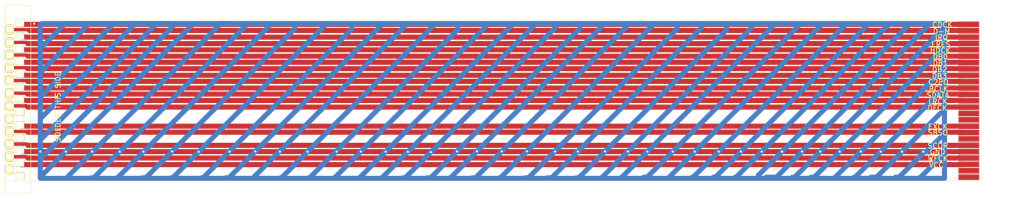
<source format=kicad_pcb>
(kicad_pcb (version 20171130) (host pcbnew "(5.1.9)-1")

  (general
    (thickness 1.6)
    (drawings 31)
    (tracks 344)
    (zones 0)
    (modules 2)
    (nets 31)
  )

  (page A4)
  (layers
    (0 F.Cu signal)
    (31 B.Cu signal)
    (32 B.Adhes user)
    (33 F.Adhes user)
    (34 B.Paste user)
    (35 F.Paste user)
    (36 B.SilkS user)
    (37 F.SilkS user)
    (38 B.Mask user)
    (39 F.Mask user)
    (40 Dwgs.User user)
    (41 Cmts.User user)
    (42 Eco1.User user)
    (43 Eco2.User user)
    (44 Edge.Cuts user)
    (45 Margin user)
    (46 B.CrtYd user)
    (47 F.CrtYd user)
    (48 B.Fab user)
    (49 F.Fab user)
  )

  (setup
    (last_trace_width 0.25)
    (trace_clearance 0.2)
    (zone_clearance 0.508)
    (zone_45_only no)
    (trace_min 0.2)
    (via_size 0.8)
    (via_drill 0.4)
    (via_min_size 0.4)
    (via_min_drill 0.3)
    (uvia_size 0.3)
    (uvia_drill 0.1)
    (uvias_allowed no)
    (uvia_min_size 0.2)
    (uvia_min_drill 0.1)
    (edge_width 0.05)
    (segment_width 0.2)
    (pcb_text_width 0.3)
    (pcb_text_size 1.5 1.5)
    (mod_edge_width 0.12)
    (mod_text_size 1 1)
    (mod_text_width 0.15)
    (pad_size 1.524 1.524)
    (pad_drill 0.762)
    (pad_to_mask_clearance 0)
    (aux_axis_origin 0 0)
    (visible_elements 7FFFFFFF)
    (pcbplotparams
      (layerselection 0x010fc_ffffffff)
      (usegerberextensions false)
      (usegerberattributes true)
      (usegerberadvancedattributes true)
      (creategerberjobfile true)
      (excludeedgelayer true)
      (linewidth 0.100000)
      (plotframeref false)
      (viasonmask false)
      (mode 1)
      (useauxorigin false)
      (hpglpennumber 1)
      (hpglpenspeed 20)
      (hpglpendiameter 15.000000)
      (psnegative false)
      (psa4output false)
      (plotreference true)
      (plotvalue true)
      (plotinvisibletext false)
      (padsonsilk false)
      (subtractmaskfromsilk false)
      (outputformat 1)
      (mirror false)
      (drillshape 0)
      (scaleselection 1)
      (outputdirectory "FACTYORY/"))
  )

  (net 0 "")
  (net 1 "Net-(J1-Pad25)")
  (net 2 "Net-(J1-Pad24)")
  (net 3 /VCC)
  (net 4 /WFCK)
  (net 5 /GND)
  (net 6 /SCOR)
  (net 7 "Net-(J1-Pad19)")
  (net 8 /SBSO)
  (net 9 /EXCK)
  (net 10 "Net-(J1-Pad16)")
  (net 11 "Net-(J1-Pad15)")
  (net 12 /DFCK)
  (net 13 /LRCK)
  (net 14 /SDATA)
  (net 15 /BCLK)
  (net 16 /C2PO)
  (net 17 /DB3)
  (net 18 /DB2)
  (net 19 /DB1)
  (net 20 /DB0)
  (net 21 /HDCK)
  (net 22 /ERES)
  (net 23 /IRQ)
  (net 24 /D-M)
  (net 25 /CDCK)
  (net 26 "Net-(J2-Pad25)")
  (net 27 "Net-(J2-Pad24)")
  (net 28 "Net-(J2-Pad19)")
  (net 29 "Net-(J2-Pad16)")
  (net 30 "Net-(J2-Pad15)")

  (net_class Default "This is the default net class."
    (clearance 0.2)
    (trace_width 0.25)
    (via_dia 0.8)
    (via_drill 0.4)
    (uvia_dia 0.3)
    (uvia_drill 0.1)
    (add_net /BCLK)
    (add_net /C2PO)
    (add_net /CDCK)
    (add_net /D-M)
    (add_net /DB0)
    (add_net /DB1)
    (add_net /DB2)
    (add_net /DB3)
    (add_net /DFCK)
    (add_net /ERES)
    (add_net /EXCK)
    (add_net /GND)
    (add_net /HDCK)
    (add_net /IRQ)
    (add_net /LRCK)
    (add_net /SBSO)
    (add_net /SCOR)
    (add_net /SDATA)
    (add_net /VCC)
    (add_net /WFCK)
    (add_net "Net-(J1-Pad15)")
    (add_net "Net-(J1-Pad16)")
    (add_net "Net-(J1-Pad19)")
    (add_net "Net-(J1-Pad24)")
    (add_net "Net-(J1-Pad25)")
    (add_net "Net-(J2-Pad15)")
    (add_net "Net-(J2-Pad16)")
    (add_net "Net-(J2-Pad19)")
    (add_net "Net-(J2-Pad24)")
    (add_net "Net-(J2-Pad25)")
  )

  (module qsb:MCD_QSB_4 (layer F.Cu) (tedit 60B1214B) (tstamp 6098AE08)
    (at 52.832 89.408 270)
    (descr 39-53-2255-1)
    (tags Connector)
    (path /60982438)
    (fp_text reference J1 (at 15 0.1 90) (layer F.SilkS)
      (effects (font (size 1.27 1.27) (thickness 0.254)))
    )
    (fp_text value 39-53-2255 (at 15 0.1 90) (layer F.SilkS) hide
      (effects (font (size 1.27 1.27) (thickness 0.254)))
    )
    (fp_arc (start 0.1 -2.8) (end 0 -2.8) (angle -180) (layer F.SilkS) (width 0.2))
    (fp_arc (start 0.1 -2.8) (end 0.2 -2.8) (angle -180) (layer F.SilkS) (width 0.2))
    (fp_line (start 0.2 -2.8) (end 0.2 -2.8) (layer F.SilkS) (width 0.2))
    (fp_line (start 0 -2.8) (end 0 -2.8) (layer F.SilkS) (width 0.2))
    (fp_line (start 33.5 2.85) (end 29.95 2.85) (layer F.SilkS) (width 0.1))
    (fp_line (start 33.5 -2.15) (end 33.5 2.85) (layer F.SilkS) (width 0.1))
    (fp_line (start -3.5 -2.15) (end 33.5 -2.15) (layer F.SilkS) (width 0.1))
    (fp_line (start -3.5 2.85) (end -3.5 -2.15) (layer F.SilkS) (width 0.1))
    (fp_line (start 0 2.85) (end -3.5 2.85) (layer F.SilkS) (width 0.1))
    (fp_line (start -4.5 3.85) (end -4.5 -3.65) (layer Dwgs.User) (width 0.1))
    (fp_line (start 34.5 3.85) (end -4.5 3.85) (layer Dwgs.User) (width 0.1))
    (fp_line (start 34.5 -3.65) (end 34.5 3.85) (layer Dwgs.User) (width 0.1))
    (fp_line (start -4.5 -3.65) (end 34.5 -3.65) (layer Dwgs.User) (width 0.1))
    (fp_line (start -3.5 2.85) (end -3.5 -2.15) (layer Dwgs.User) (width 0.2))
    (fp_line (start 33.5 2.85) (end -3.5 2.85) (layer Dwgs.User) (width 0.2))
    (fp_line (start 33.5 -2.15) (end 33.5 2.85) (layer Dwgs.User) (width 0.2))
    (fp_line (start -3.5 -2.15) (end 33.5 -2.15) (layer Dwgs.User) (width 0.2))
    (pad 1 thru_hole rect (at 0 0) (size 1.7 1.4) (drill 1.4) (layers *.Cu *.Mask F.SilkS)
      (net 25 /CDCK))
    (pad 2 thru_hole roundrect (at 1.25 2) (size 1.7 2) (drill oval 1.4 1) (layers *.Cu *.Mask F.SilkS) (roundrect_rratio 0.25)
      (net 24 /D-M))
    (pad 3 thru_hole rect (at 2.5 0) (size 1.7 1.4) (drill 1.4) (layers *.Cu *.Mask F.SilkS)
      (net 23 /IRQ))
    (pad 4 thru_hole roundrect (at 3.75 2) (size 1.7 2) (drill oval 1.4 1) (layers *.Cu *.Mask F.SilkS) (roundrect_rratio 0.25)
      (net 22 /ERES))
    (pad 5 thru_hole rect (at 5 0) (size 1.7 1.4) (drill 1.4) (layers *.Cu *.Mask F.SilkS)
      (net 21 /HDCK))
    (pad 6 thru_hole roundrect (at 6.25 2) (size 1.7 2) (drill oval 1.4 1) (layers *.Cu *.Mask F.SilkS) (roundrect_rratio 0.25)
      (net 20 /DB0))
    (pad 7 thru_hole rect (at 7.5 0) (size 1.7 1.4) (drill 1.4) (layers *.Cu *.Mask F.SilkS)
      (net 19 /DB1))
    (pad 8 thru_hole roundrect (at 8.75 2) (size 1.7 2) (drill oval 1.4 1) (layers *.Cu *.Mask F.SilkS) (roundrect_rratio 0.25)
      (net 18 /DB2))
    (pad 9 thru_hole rect (at 10 0) (size 1.7 1.4) (drill 1.4) (layers *.Cu *.Mask F.SilkS)
      (net 17 /DB3))
    (pad 10 thru_hole roundrect (at 11.25 2) (size 1.7 2) (drill oval 1.4 1) (layers *.Cu *.Mask F.SilkS) (roundrect_rratio 0.25)
      (net 16 /C2PO))
    (pad 11 thru_hole rect (at 12.5 0) (size 1.7 1.4) (drill 1.4) (layers *.Cu *.Mask F.SilkS)
      (net 15 /BCLK))
    (pad 12 thru_hole roundrect (at 13.75 2) (size 1.7 2) (drill oval 1.4 1) (layers *.Cu *.Mask F.SilkS) (roundrect_rratio 0.25)
      (net 14 /SDATA))
    (pad 13 thru_hole rect (at 15 0) (size 1.7 1.4) (drill 1.4) (layers *.Cu *.Mask F.SilkS)
      (net 13 /LRCK))
    (pad 14 thru_hole roundrect (at 16.25 2) (size 1.7 2) (drill oval 1.4 1) (layers *.Cu *.Mask F.SilkS) (roundrect_rratio 0.25)
      (net 12 /DFCK))
    (pad 15 thru_hole rect (at 17.5 0) (size 1.7 1.4) (drill 1.4) (layers *.Cu *.Mask F.SilkS)
      (net 11 "Net-(J1-Pad15)"))
    (pad 16 thru_hole roundrect (at 18.75 2) (size 1.7 2) (drill oval 1.4 1) (layers *.Cu *.Mask F.SilkS) (roundrect_rratio 0.25)
      (net 10 "Net-(J1-Pad16)"))
    (pad 17 thru_hole rect (at 20 0) (size 1.7 1.4) (drill 1.4) (layers *.Cu *.Mask F.SilkS)
      (net 9 /EXCK))
    (pad 18 thru_hole roundrect (at 21.25 2) (size 1.7 2) (drill oval 1.4 1) (layers *.Cu *.Mask F.SilkS) (roundrect_rratio 0.25)
      (net 8 /SBSO))
    (pad 19 thru_hole rect (at 22.5 0) (size 1.7 1.4) (drill 1.4) (layers *.Cu *.Mask F.SilkS)
      (net 7 "Net-(J1-Pad19)"))
    (pad 20 thru_hole roundrect (at 23.75 2) (size 1.7 2) (drill oval 1.4 1) (layers *.Cu *.Mask F.SilkS) (roundrect_rratio 0.25)
      (net 6 /SCOR))
    (pad 21 thru_hole rect (at 25 0) (size 1.7 1.4) (drill 1.4) (layers *.Cu *.Mask F.SilkS)
      (net 5 /GND))
    (pad 22 thru_hole roundrect (at 26.25 2) (size 1.7 2) (drill oval 1.4 1) (layers *.Cu *.Mask F.SilkS) (roundrect_rratio 0.25)
      (net 4 /WFCK))
    (pad 23 thru_hole rect (at 27.5 0) (size 1.7 1.4) (drill 1.4) (layers *.Cu *.Mask F.SilkS)
      (net 3 /VCC))
    (pad 24 thru_hole roundrect (at 28.75 2) (size 1.7 2) (drill oval 1.4 1) (layers *.Cu *.Mask F.SilkS) (roundrect_rratio 0.25)
      (net 2 "Net-(J1-Pad24)"))
    (pad 25 thru_hole rect (at 30 0) (size 1.7 1.4) (drill 1.4) (layers *.Cu *.Mask F.SilkS)
      (net 1 "Net-(J1-Pad25)"))
  )

  (module "1111 Imported:connector_MCD" (layer F.Cu) (tedit 60983177) (tstamp 6098AE3E)
    (at 239.268 104.648 270)
    (path /6098385D)
    (attr smd)
    (fp_text reference J2 (at 0 11 90) (layer F.SilkS) hide
      (effects (font (size 1 1) (thickness 0.15)))
    )
    (fp_text value FFC (at 0 -10 90) (layer F.Fab)
      (effects (font (size 1 1) (thickness 0.15)))
    )
    (fp_poly (pts (xy -14.5 2) (xy -15.5 2) (xy -15.5 -2) (xy -14.5 -2)) (layer F.Cu) (width 0.1))
    (fp_poly (pts (xy -13.25 2) (xy -14.25 2) (xy -14.25 -2) (xy -13.25 -2)) (layer F.Cu) (width 0.1))
    (fp_poly (pts (xy -12 2) (xy -13 2) (xy -13 -2) (xy -12 -2)) (layer F.Cu) (width 0.1))
    (fp_poly (pts (xy -10.75 2) (xy -11.75 2) (xy -11.75 -2) (xy -10.75 -2)) (layer F.Cu) (width 0.1))
    (fp_poly (pts (xy -9.5 2) (xy -10.5 2) (xy -10.5 -2) (xy -9.5 -2)) (layer F.Cu) (width 0.1))
    (fp_poly (pts (xy -8.25 2) (xy -9.25 2) (xy -9.25 -2) (xy -8.25 -2)) (layer F.Cu) (width 0.1))
    (fp_poly (pts (xy -7 2) (xy -8 2) (xy -8 -2) (xy -7 -2)) (layer F.Cu) (width 0.1))
    (fp_poly (pts (xy -5.75 2) (xy -6.75 2) (xy -6.75 -2) (xy -5.75 -2)) (layer F.Cu) (width 0.1))
    (fp_poly (pts (xy -4.5 2) (xy -5.5 2) (xy -5.5 -2) (xy -4.5 -2)) (layer F.Cu) (width 0.1))
    (fp_poly (pts (xy -3.25 2) (xy -4.25 2) (xy -4.25 -2) (xy -3.25 -2)) (layer F.Cu) (width 0.1))
    (fp_poly (pts (xy -2 2) (xy -3 2) (xy -3 -2) (xy -2 -2)) (layer F.Cu) (width 0.1))
    (fp_poly (pts (xy -0.75 2) (xy -1.75 2) (xy -1.75 -2) (xy -0.75 -2)) (layer F.Cu) (width 0.1))
    (fp_poly (pts (xy 15.5 2) (xy 14.5 2) (xy 14.5 -2) (xy 15.5 -2)) (layer F.Cu) (width 0.1))
    (fp_poly (pts (xy 14.25 2) (xy 13.25 2) (xy 13.25 -2) (xy 14.25 -2)) (layer F.Cu) (width 0.1))
    (fp_poly (pts (xy 13 2) (xy 12 2) (xy 12 -2) (xy 13 -2)) (layer F.Cu) (width 0.1))
    (fp_poly (pts (xy 11.75 2) (xy 10.75 2) (xy 10.75 -2) (xy 11.75 -2)) (layer F.Cu) (width 0.1))
    (fp_poly (pts (xy 10.5 2) (xy 9.5 2) (xy 9.5 -2) (xy 10.5 -2)) (layer F.Cu) (width 0.1))
    (fp_poly (pts (xy 9.25 2) (xy 8.25 2) (xy 8.25 -2) (xy 9.25 -2)) (layer F.Cu) (width 0.1))
    (fp_poly (pts (xy 0.5 2) (xy -0.5 2) (xy -0.5 -2) (xy 0.5 -2)) (layer F.Cu) (width 0.1))
    (fp_poly (pts (xy 8 2) (xy 7 2) (xy 7 -2) (xy 8 -2)) (layer F.Cu) (width 0.1))
    (fp_poly (pts (xy 6.75 2) (xy 5.75 2) (xy 5.75 -2) (xy 6.75 -2)) (layer F.Cu) (width 0.1))
    (fp_poly (pts (xy 5.5 2) (xy 4.5 2) (xy 4.5 -2) (xy 5.5 -2)) (layer F.Cu) (width 0.1))
    (fp_poly (pts (xy 4.25 2) (xy 3.25 2) (xy 3.25 -2) (xy 4.25 -2)) (layer F.Cu) (width 0.1))
    (fp_poly (pts (xy 3 2) (xy 2 2) (xy 2 -2) (xy 3 -2)) (layer F.Cu) (width 0.1))
    (fp_poly (pts (xy 1.75 2) (xy 0.75 2) (xy 0.75 -2) (xy 1.75 -2)) (layer F.Cu) (width 0.1))
    (pad 25 smd rect (at 15 1.5 270) (size 1 1) (layers F.Cu F.Paste F.Mask)
      (net 26 "Net-(J2-Pad25)"))
    (pad 24 smd rect (at 13.75 1.5 270) (size 1 1) (layers F.Cu F.Paste F.Mask)
      (net 27 "Net-(J2-Pad24)"))
    (pad 23 smd rect (at 12.5 1.5 270) (size 1 1) (layers F.Cu F.Paste F.Mask)
      (net 3 /VCC))
    (pad 22 smd rect (at 11.25 1.5 270) (size 1 1) (layers F.Cu F.Paste F.Mask)
      (net 4 /WFCK))
    (pad 21 smd rect (at 10 1.5 270) (size 1 1) (layers F.Cu F.Paste F.Mask)
      (net 5 /GND))
    (pad 20 smd rect (at 8.75 1.5 270) (size 1 1) (layers F.Cu F.Paste F.Mask)
      (net 6 /SCOR))
    (pad 19 smd rect (at 7.5 1.5 270) (size 1 1) (layers F.Cu F.Paste F.Mask)
      (net 28 "Net-(J2-Pad19)"))
    (pad 18 smd rect (at 6.25 1.5 270) (size 1 1) (layers F.Cu F.Paste F.Mask)
      (net 8 /SBSO))
    (pad 17 smd rect (at 5 1.5 270) (size 1 1) (layers F.Cu F.Paste F.Mask)
      (net 9 /EXCK))
    (pad 16 smd rect (at 3.75 1.5 270) (size 1 1) (layers F.Cu F.Paste F.Mask)
      (net 29 "Net-(J2-Pad16)"))
    (pad 15 connect rect (at 2.5 1.5 270) (size 1 1) (layers F.Cu F.Mask)
      (net 30 "Net-(J2-Pad15)"))
    (pad 14 smd rect (at 1.25 1.5 270) (size 1 1) (layers F.Cu F.Paste F.Mask)
      (net 12 /DFCK))
    (pad 13 smd rect (at 0 1.5 270) (size 1 1) (layers F.Cu F.Paste F.Mask)
      (net 13 /LRCK))
    (pad 12 smd rect (at -1.25 1.5 270) (size 1 1) (layers F.Cu F.Paste F.Mask)
      (net 14 /SDATA))
    (pad 11 smd rect (at -2.5 1.5 270) (size 1 1) (layers F.Cu F.Paste F.Mask)
      (net 15 /BCLK))
    (pad 10 smd rect (at -3.75 1.5 270) (size 1 1) (layers F.Cu F.Paste F.Mask)
      (net 16 /C2PO))
    (pad 9 smd rect (at -5 1.5 270) (size 1 1) (layers F.Cu F.Paste F.Mask)
      (net 17 /DB3))
    (pad 8 smd rect (at -6.25 1.5 270) (size 1 1) (layers F.Cu F.Paste F.Mask)
      (net 18 /DB2))
    (pad 7 smd rect (at -7.5 1.5 270) (size 1 1) (layers F.Cu F.Paste F.Mask)
      (net 19 /DB1))
    (pad 6 smd rect (at -8.75 1.5 270) (size 1 1) (layers F.Cu F.Paste F.Mask)
      (net 20 /DB0))
    (pad 5 smd rect (at -10 1.5 270) (size 1 1) (layers F.Cu F.Paste F.Mask)
      (net 21 /HDCK))
    (pad 4 smd rect (at -11.25 1.5 270) (size 1 1) (layers F.Cu F.Paste F.Mask)
      (net 22 /ERES))
    (pad 3 smd rect (at -12.5 1.5 270) (size 1 1) (layers F.Cu F.Paste F.Mask)
      (net 23 /IRQ))
    (pad 2 smd rect (at -13.75 1.5 270) (size 1 1) (layers F.Cu F.Paste F.Mask)
      (net 24 /D-M))
    (pad 1 smd rect (at -15 1.5 270) (size 1 1) (layers F.Cu F.Paste F.Mask)
      (net 25 /CDCK))
  )

  (gr_line (start 54.864 120.396) (end 54.864 120.396) (layer Edge.Cuts) (width 0.05))
  (gr_line (start 55.88 120.396) (end 54.864 120.396) (layer Edge.Cuts) (width 0.05))
  (gr_line (start 54.864 88.392) (end 54.864 88.9) (layer Edge.Cuts) (width 0.05) (tstamp 609926A0))
  (gr_line (start 241.3 88.9) (end 54.864 88.9) (layer Edge.Cuts) (width 0.05))
  (gr_text VCC (at 232.87228 117.27688) (layer F.SilkS)
    (effects (font (size 1 1) (thickness 0.15)))
  )
  (gr_text WFCK (at 233.18724 115.99672) (layer F.SilkS)
    (effects (font (size 1 1) (thickness 0.15)))
  )
  (gr_text GND (at 233.11612 114.70132) (layer F.SilkS)
    (effects (font (size 1 1) (thickness 0.15)))
  )
  (gr_text SCOR (at 233.16692 113.49736) (layer F.SilkS)
    (effects (font (size 1 1) (thickness 0.15)))
  )
  (gr_text SBSO (at 233.16692 110.91672) (layer F.SilkS)
    (effects (font (size 1 1) (thickness 0.15)))
  )
  (gr_text EXCK (at 233.18724 109.74324) (layer F.SilkS)
    (effects (font (size 1 1) (thickness 0.15)))
  )
  (gr_text DFCK (at 233.08564 106.08056) (layer F.SilkS)
    (effects (font (size 1 1) (thickness 0.15)))
  )
  (gr_text LRCK (at 233.1974 104.80548) (layer F.SilkS)
    (effects (font (size 1 1) (thickness 0.15)))
  )
  (gr_text SDATA (at 233.1974 103.57612) (layer F.SilkS)
    (effects (font (size 1 1) (thickness 0.15)))
  )
  (gr_text BCLK (at 233.31932 102.35184) (layer F.SilkS)
    (effects (font (size 1 1) (thickness 0.15)))
  )
  (gr_text C2PO (at 233.2736 101.02088) (layer F.SilkS)
    (effects (font (size 1 1) (thickness 0.15)))
  )
  (gr_text "DB3\n" (at 233.49712 99.81692) (layer F.SilkS)
    (effects (font (size 1 1) (thickness 0.15)))
  )
  (gr_text "DB2\n" (at 233.52252 98.49104) (layer F.SilkS)
    (effects (font (size 1 1) (thickness 0.15)))
  )
  (gr_text "DB1\n" (at 233.64952 97.24644) (layer F.SilkS)
    (effects (font (size 1 1) (thickness 0.15)))
  )
  (gr_text DB0 (at 233.66476 96.00184) (layer F.SilkS)
    (effects (font (size 1 1) (thickness 0.15)))
  )
  (gr_text HDCK (at 233.66476 94.78264) (layer F.SilkS)
    (effects (font (size 1 1) (thickness 0.15)))
  )
  (gr_text ERES (at 233.73588 93.56852) (layer F.SilkS)
    (effects (font (size 1 1) (thickness 0.15)))
  )
  (gr_text IRQ (at 233.89336 92.2274) (layer F.SilkS)
    (effects (font (size 1 1) (thickness 0.15)))
  )
  (gr_text D-M (at 233.91876 91.01328) (layer F.SilkS)
    (effects (font (size 1 1) (thickness 0.15)))
  )
  (gr_text "CDCK\n" (at 234.07624 89.70772) (layer F.SilkS)
    (effects (font (size 1 1) (thickness 0.15)))
  )
  (gr_text "SOLDER THIS SIDE\n" (at 60.31992 105.8418 90) (layer F.SilkS)
    (effects (font (size 1 1) (thickness 0.15)))
  )
  (gr_line (start 241.3 88.9) (end 241.3 120.396) (layer Edge.Cuts) (width 0.05) (tstamp 6098B15B))
  (gr_line (start 54.864 88.392) (end 54.864 88.392) (layer Edge.Cuts) (width 0.05))
  (gr_line (start 49.784 88.392) (end 54.864 88.392) (layer Edge.Cuts) (width 0.05))
  (gr_line (start 49.784 120.396) (end 49.784 88.392) (layer Edge.Cuts) (width 0.05))
  (gr_line (start 54.864 120.396) (end 49.784 120.396) (layer Edge.Cuts) (width 0.05))
  (gr_line (start 241.3 120.396) (end 55.88 120.396) (layer Edge.Cuts) (width 0.05))

  (segment (start 53.121999 117.197999) (end 52.832 116.908) (width 1) (layer F.Cu) (net 3))
  (segment (start 237.494001 117.197999) (end 53.121999 117.197999) (width 1) (layer F.Cu) (net 3))
  (segment (start 237.544 117.148) (end 237.494001 117.197999) (width 1) (layer F.Cu) (net 3))
  (segment (start 237.768 117.148) (end 237.544 117.148) (width 1) (layer F.Cu) (net 3))
  (segment (start 238.25141 115.9002) (end 54.3814 115.9002) (width 1) (layer F.Cu) (net 4))
  (segment (start 54.1392 115.658) (end 50.832 115.658) (width 0.7) (layer F.Cu) (net 4))
  (segment (start 54.3814 115.9002) (end 54.1392 115.658) (width 0.25) (layer F.Cu) (net 4))
  (segment (start 53.072 114.648) (end 56.8528 114.648) (width 1) (layer F.Cu) (net 5))
  (segment (start 52.832 114.408) (end 53.072 114.648) (width 1) (layer F.Cu) (net 5))
  (segment (start 56.8833 114.648) (end 61.882 114.648) (width 1) (layer F.Cu) (net 5) (tstamp 60997656))
  (via (at 56.8528 114.648) (size 0.8) (drill 0.4) (layers F.Cu B.Cu) (net 5))
  (segment (start 56.8528 119.79599) (end 56.8579 119.79599) (width 0.75) (layer B.Cu) (net 5))
  (segment (start 86.87759 89.58891) (end 86.87759 89.50001) (width 1) (layer B.Cu) (net 5))
  (segment (start 56.8528 119.6137) (end 86.87759 89.58891) (width 1) (layer B.Cu) (net 5))
  (segment (start 56.8528 119.79599) (end 56.8528 119.6137) (width 0.75) (layer B.Cu) (net 5))
  (segment (start 61.882 114.648) (end 67.0382 114.648) (width 1) (layer F.Cu) (net 5) (tstamp 60B15678))
  (via (at 61.882 114.648) (size 0.8) (drill 0.4) (layers F.Cu B.Cu) (net 5))
  (segment (start 94.28169 89.50001) (end 92.30049 89.50001) (width 1) (layer B.Cu) (net 5))
  (segment (start 62.3189 119.4816) (end 62.3189 119.79599) (width 0.75) (layer B.Cu) (net 5))
  (segment (start 92.30049 89.50001) (end 62.3189 119.4816) (width 1) (layer B.Cu) (net 5))
  (segment (start 86.87759 89.50001) (end 94.28169 89.50001) (width 1) (layer B.Cu) (net 5))
  (segment (start 67.32581 119.79599) (end 66.7893 119.79599) (width 1) (layer B.Cu) (net 5))
  (segment (start 97.13271 89.98909) (end 72.45985 114.66195) (width 1) (layer B.Cu) (net 5))
  (segment (start 97.13271 89.50001) (end 97.13271 89.98909) (width 1) (layer B.Cu) (net 5))
  (segment (start 94.28169 89.50001) (end 97.13271 89.50001) (width 1) (layer B.Cu) (net 5))
  (segment (start 67.0382 114.648) (end 77.1093 114.648) (width 1) (layer F.Cu) (net 5) (tstamp 60B1569E))
  (via (at 67.0382 114.648) (size 0.8) (drill 0.4) (layers F.Cu B.Cu) (net 5))
  (segment (start 72.45985 114.66195) (end 67.32581 119.79599) (width 1) (layer B.Cu) (net 5) (tstamp 60B156A0))
  (via (at 72.45985 114.66195) (size 0.8) (drill 0.4) (layers F.Cu B.Cu) (net 5))
  (segment (start 56.8528 89.78451) (end 57.1373 89.50001) (width 0.75) (layer B.Cu) (net 5))
  (segment (start 82.13401 89.50001) (end 61.73159 89.50001) (width 1) (layer B.Cu) (net 5))
  (segment (start 56.8528 94.3788) (end 56.8528 89.78451) (width 1) (layer B.Cu) (net 5))
  (segment (start 61.73159 89.50001) (end 56.8528 94.3788) (width 1) (layer B.Cu) (net 5))
  (segment (start 66.38601 89.56999) (end 56.8528 99.1032) (width 1) (layer B.Cu) (net 5))
  (segment (start 66.38601 89.50001) (end 66.38601 89.56999) (width 1) (layer B.Cu) (net 5))
  (segment (start 56.8528 99.1032) (end 56.8528 94.3788) (width 1) (layer B.Cu) (net 5))
  (segment (start 57.1373 89.50001) (end 66.38601 89.50001) (width 1) (layer B.Cu) (net 5))
  (segment (start 71.07879 89.69301) (end 56.8528 103.919) (width 1) (layer B.Cu) (net 5))
  (segment (start 56.8528 103.919) (end 56.8528 99.1032) (width 1) (layer B.Cu) (net 5))
  (segment (start 66.38601 89.50001) (end 71.07879 89.50001) (width 1) (layer B.Cu) (net 5))
  (segment (start 71.07879 89.50001) (end 71.07879 89.69301) (width 1) (layer B.Cu) (net 5))
  (segment (start 75.23169 89.79211) (end 56.8528 108.171) (width 1) (layer B.Cu) (net 5))
  (segment (start 75.23169 89.50001) (end 75.23169 89.79211) (width 1) (layer B.Cu) (net 5))
  (segment (start 56.8528 108.171) (end 56.8528 103.919) (width 1) (layer B.Cu) (net 5))
  (segment (start 71.07879 89.50001) (end 75.23169 89.50001) (width 1) (layer B.Cu) (net 5))
  (segment (start 79.31461 89.87729) (end 56.8528 112.3391) (width 1) (layer B.Cu) (net 5))
  (segment (start 56.8528 112.3391) (end 56.8528 108.171) (width 1) (layer B.Cu) (net 5))
  (segment (start 56.8528 114.648) (end 56.8528 112.3391) (width 1) (layer B.Cu) (net 5))
  (segment (start 75.23169 89.50001) (end 79.31461 89.50001) (width 1) (layer B.Cu) (net 5))
  (segment (start 79.31461 89.50001) (end 79.31461 89.87729) (width 1) (layer B.Cu) (net 5))
  (segment (start 79.31461 89.50001) (end 82.13401 89.50001) (width 1) (layer B.Cu) (net 5))
  (segment (start 57.16132 115.7554) (end 83.41671 89.50001) (width 1) (layer B.Cu) (net 5))
  (segment (start 83.41671 89.50001) (end 86.87759 89.50001) (width 1) (layer B.Cu) (net 5))
  (segment (start 56.8528 115.7554) (end 57.16132 115.7554) (width 0.75) (layer B.Cu) (net 5))
  (segment (start 82.13401 89.50001) (end 83.41671 89.50001) (width 1) (layer B.Cu) (net 5))
  (segment (start 56.8528 114.648) (end 56.8528 115.7554) (width 1) (layer B.Cu) (net 5))
  (segment (start 56.8528 115.7554) (end 56.8528 119.79599) (width 1) (layer B.Cu) (net 5))
  (segment (start 72.1487 119.6467) (end 72.1487 119.79599) (width 1) (layer B.Cu) (net 5))
  (segment (start 101.81901 89.97639) (end 72.1487 119.6467) (width 1) (layer B.Cu) (net 5))
  (segment (start 101.81901 89.50001) (end 101.81901 89.97639) (width 1) (layer B.Cu) (net 5))
  (segment (start 97.13271 89.50001) (end 101.81901 89.50001) (width 1) (layer B.Cu) (net 5))
  (segment (start 106.86091 90.48439) (end 82.7405 114.6048) (width 1) (layer B.Cu) (net 5))
  (segment (start 106.86091 89.50001) (end 106.86091 90.48439) (width 1) (layer B.Cu) (net 5))
  (segment (start 101.81901 89.50001) (end 106.86091 89.50001) (width 1) (layer B.Cu) (net 5))
  (segment (start 77.54931 119.79599) (end 76.8604 119.79599) (width 1) (layer B.Cu) (net 5))
  (segment (start 113.14119 89.50001) (end 87.9602 114.681) (width 1) (layer B.Cu) (net 5))
  (segment (start 106.86091 89.50001) (end 113.21739 89.50001) (width 1) (layer B.Cu) (net 5))
  (segment (start 82.84521 119.79599) (end 82.4738 119.79599) (width 1) (layer B.Cu) (net 5))
  (segment (start 113.21739 89.50001) (end 113.14119 89.50001) (width 1) (layer B.Cu) (net 5))
  (segment (start 88.82691 119.79599) (end 88.4555 119.79599) (width 1) (layer B.Cu) (net 5))
  (segment (start 118.03069 90.59221) (end 88.82691 119.79599) (width 1) (layer B.Cu) (net 5))
  (segment (start 118.03069 89.50001) (end 118.03069 90.59221) (width 1) (layer B.Cu) (net 5))
  (segment (start 113.21739 89.50001) (end 118.03069 89.50001) (width 1) (layer B.Cu) (net 5))
  (segment (start 123.85999 89.83021) (end 99.09175 114.59845) (width 1) (layer B.Cu) (net 5))
  (segment (start 123.85999 89.50001) (end 123.85999 89.83021) (width 1) (layer B.Cu) (net 5))
  (segment (start 93.89421 119.79599) (end 93.2815 119.79599) (width 1) (layer B.Cu) (net 5))
  (segment (start 118.03069 89.50001) (end 123.85999 89.50001) (width 1) (layer B.Cu) (net 5))
  (segment (start 77.1093 114.648) (end 94.0384 114.648) (width 1) (layer F.Cu) (net 5) (tstamp 60B1574A))
  (via (at 77.1093 114.648) (size 0.8) (drill 0.4) (layers F.Cu B.Cu) (net 5))
  (segment (start 82.7405 114.6048) (end 77.54931 119.79599) (width 1) (layer B.Cu) (net 5) (tstamp 60B1574C))
  (via (at 82.7405 114.6048) (size 0.8) (drill 0.4) (layers F.Cu B.Cu) (net 5))
  (segment (start 87.9602 114.681) (end 82.84521 119.79599) (width 1) (layer B.Cu) (net 5) (tstamp 60B1574E))
  (via (at 87.9602 114.681) (size 0.8) (drill 0.4) (layers F.Cu B.Cu) (net 5))
  (via (at 94.0384 114.648) (size 0.8) (drill 0.4) (layers F.Cu B.Cu) (net 5))
  (segment (start 99.09175 114.59845) (end 93.89421 119.79599) (width 1) (layer B.Cu) (net 5) (tstamp 60B15752))
  (via (at 99.09175 114.59845) (size 0.8) (drill 0.4) (layers F.Cu B.Cu) (net 5))
  (segment (start 128.95269 89.50001) (end 98.9584 119.4943) (width 1) (layer B.Cu) (net 5))
  (segment (start 129.12401 89.50001) (end 128.95269 89.50001) (width 1) (layer B.Cu) (net 5))
  (segment (start 123.85999 89.50001) (end 129.12401 89.50001) (width 1) (layer B.Cu) (net 5))
  (segment (start 98.93611 119.79599) (end 98.8568 119.79599) (width 1) (layer B.Cu) (net 5))
  (segment (start 98.9584 119.7737) (end 98.93611 119.79599) (width 1) (layer B.Cu) (net 5))
  (segment (start 98.9584 119.4943) (end 98.9584 119.7737) (width 1) (layer B.Cu) (net 5))
  (segment (start 104.20661 119.79599) (end 104.0257 119.79599) (width 1) (layer B.Cu) (net 5))
  (segment (start 134.19779 89.80481) (end 109.35335 114.64925) (width 1) (layer B.Cu) (net 5))
  (segment (start 134.19779 89.50001) (end 134.19779 89.80481) (width 1) (layer B.Cu) (net 5))
  (segment (start 129.12401 89.50001) (end 134.19779 89.50001) (width 1) (layer B.Cu) (net 5))
  (segment (start 109.74381 119.79599) (end 109.601 119.79599) (width 1) (layer B.Cu) (net 5))
  (segment (start 138.88409 90.65571) (end 109.74381 119.79599) (width 1) (layer B.Cu) (net 5))
  (segment (start 138.88409 89.50001) (end 138.88409 90.65571) (width 1) (layer B.Cu) (net 5))
  (segment (start 134.19779 89.50001) (end 138.88409 89.50001) (width 1) (layer B.Cu) (net 5))
  (segment (start 144.45291 89.50001) (end 144.45291 89.98909) (width 1) (layer B.Cu) (net 5))
  (segment (start 144.45291 89.98909) (end 119.8118 114.6302) (width 1) (layer B.Cu) (net 5))
  (segment (start 138.88409 89.50001) (end 144.45291 89.50001) (width 1) (layer B.Cu) (net 5))
  (segment (start 114.64601 119.79599) (end 114.6048 119.79599) (width 1) (layer B.Cu) (net 5))
  (segment (start 119.6086 119.7356) (end 119.6086 119.79599) (width 1) (layer B.Cu) (net 5))
  (segment (start 149.59641 89.74779) (end 124.68225 114.66195) (width 1) (layer B.Cu) (net 5))
  (segment (start 149.59641 89.50001) (end 149.59641 89.74779) (width 1) (layer B.Cu) (net 5))
  (segment (start 144.45291 89.50001) (end 149.59641 89.50001) (width 1) (layer B.Cu) (net 5))
  (segment (start 124.0917 119.6594) (end 124.0917 119.79599) (width 1) (layer B.Cu) (net 5))
  (segment (start 154.08599 89.66511) (end 129.0574 114.6937) (width 1) (layer B.Cu) (net 5))
  (segment (start 154.08599 89.50001) (end 154.08599 89.66511) (width 1) (layer B.Cu) (net 5))
  (segment (start 149.59641 89.50001) (end 154.08599 89.50001) (width 1) (layer B.Cu) (net 5))
  (segment (start 128.52711 119.79599) (end 128.0795 119.79599) (width 1) (layer B.Cu) (net 5))
  (segment (start 158.31509 90.00801) (end 133.5786 114.7445) (width 1) (layer B.Cu) (net 5))
  (segment (start 158.31509 89.50001) (end 158.31509 90.00801) (width 1) (layer B.Cu) (net 5))
  (segment (start 154.08599 89.50001) (end 158.31509 89.50001) (width 1) (layer B.Cu) (net 5))
  (segment (start 133.51821 119.79599) (end 132.8039 119.79599) (width 1) (layer B.Cu) (net 5))
  (segment (start 162.88709 90.42711) (end 138.7094 114.6048) (width 1) (layer B.Cu) (net 5))
  (segment (start 162.88709 89.50001) (end 162.88709 90.42711) (width 1) (layer B.Cu) (net 5))
  (segment (start 158.31509 89.50001) (end 162.88709 89.50001) (width 1) (layer B.Cu) (net 5))
  (segment (start 137.41711 119.79599) (end 137.287 119.79599) (width 1) (layer B.Cu) (net 5))
  (segment (start 167.54799 89.66511) (end 142.62735 114.58575) (width 1) (layer B.Cu) (net 5))
  (segment (start 167.54799 89.50001) (end 167.54799 89.66511) (width 1) (layer B.Cu) (net 5))
  (segment (start 162.88709 89.50001) (end 167.54799 89.50001) (width 1) (layer B.Cu) (net 5))
  (segment (start 142.33201 119.79599) (end 141.6939 119.79599) (width 1) (layer B.Cu) (net 5))
  (segment (start 171.95489 89.50001) (end 171.95489 90.17311) (width 1) (layer B.Cu) (net 5))
  (segment (start 171.95489 90.17311) (end 147.5232 114.6048) (width 1) (layer B.Cu) (net 5))
  (segment (start 167.54799 89.50001) (end 171.95489 89.50001) (width 1) (layer B.Cu) (net 5))
  (segment (start 147.22151 119.79599) (end 147.0152 119.79599) (width 1) (layer B.Cu) (net 5))
  (segment (start 177.51749 89.50001) (end 152.43175 114.58575) (width 1) (layer B.Cu) (net 5))
  (segment (start 177.60639 89.50001) (end 177.51749 89.50001) (width 1) (layer B.Cu) (net 5))
  (segment (start 171.95489 89.50001) (end 177.60639 89.50001) (width 1) (layer B.Cu) (net 5))
  (segment (start 152.72061 119.79599) (end 152.0825 119.79599) (width 1) (layer B.Cu) (net 5))
  (segment (start 181.93061 90.58599) (end 152.72061 119.79599) (width 1) (layer B.Cu) (net 5))
  (segment (start 181.93061 89.50001) (end 181.93061 90.58599) (width 1) (layer B.Cu) (net 5))
  (segment (start 177.60639 89.50001) (end 181.93061 89.50001) (width 1) (layer B.Cu) (net 5))
  (segment (start 186.83281 90.25579) (end 162.45205 114.63655) (width 1) (layer B.Cu) (net 5))
  (segment (start 186.83281 89.50001) (end 186.83281 90.25579) (width 1) (layer B.Cu) (net 5))
  (segment (start 157.29261 119.79599) (end 156.4894 119.79599) (width 1) (layer B.Cu) (net 5))
  (segment (start 181.93061 89.50001) (end 186.83281 89.50001) (width 1) (layer B.Cu) (net 5))
  (segment (start 162.61391 119.79599) (end 162.1536 119.79599) (width 1) (layer B.Cu) (net 5))
  (segment (start 191.65259 90.75731) (end 167.81145 114.59845) (width 1) (layer B.Cu) (net 5))
  (segment (start 191.65259 89.50001) (end 191.65259 90.75731) (width 1) (layer B.Cu) (net 5))
  (segment (start 186.83281 89.50001) (end 191.65259 89.50001) (width 1) (layer B.Cu) (net 5))
  (segment (start 196.64991 89.50001) (end 196.64991 90.25579) (width 1) (layer B.Cu) (net 5))
  (segment (start 167.1574 119.7483) (end 167.1574 119.79599) (width 1) (layer B.Cu) (net 5))
  (segment (start 196.64991 90.25579) (end 172.29455 114.61115) (width 1) (layer B.Cu) (net 5))
  (segment (start 191.65259 89.50001) (end 196.64991 89.50001) (width 1) (layer B.Cu) (net 5))
  (segment (start 196.64991 89.50001) (end 234.4801 89.50001) (width 1) (layer B.Cu) (net 5))
  (segment (start 227.7948 114.648) (end 230.3221 114.648) (width 1) (layer F.Cu) (net 5))
  (segment (start 227.7897 114.6429) (end 227.7948 114.648) (width 1) (layer F.Cu) (net 5))
  (segment (start 93.9546 114.6429) (end 103.9241 114.6429) (width 1) (layer F.Cu) (net 5))
  (segment (start 103.9241 114.6429) (end 115.0747 114.6429) (width 1) (layer F.Cu) (net 5) (tstamp 60B15841))
  (via (at 103.9241 114.6429) (size 0.8) (drill 0.4) (layers F.Cu B.Cu) (net 5))
  (segment (start 109.35335 114.64925) (end 104.20661 119.79599) (width 1) (layer B.Cu) (net 5) (tstamp 60B15843))
  (via (at 109.35335 114.64925) (size 0.8) (drill 0.4) (layers F.Cu B.Cu) (net 5))
  (segment (start 115.0747 114.6429) (end 157.9499 114.6429) (width 1) (layer F.Cu) (net 5) (tstamp 60B15845))
  (via (at 115.0747 114.6429) (size 0.8) (drill 0.4) (layers F.Cu B.Cu) (net 5))
  (segment (start 119.8118 114.6302) (end 114.64601 119.79599) (width 1) (layer B.Cu) (net 5) (tstamp 60B15847))
  (via (at 119.8118 114.6302) (size 0.8) (drill 0.4) (layers F.Cu B.Cu) (net 5))
  (segment (start 124.68225 114.66195) (end 119.6086 119.7356) (width 1) (layer B.Cu) (net 5) (tstamp 60B15849))
  (via (at 124.68225 114.66195) (size 0.8) (drill 0.4) (layers F.Cu B.Cu) (net 5))
  (segment (start 129.0574 114.6937) (end 124.0917 119.6594) (width 1) (layer B.Cu) (net 5) (tstamp 60B1584B))
  (via (at 129.0574 114.6937) (size 0.8) (drill 0.4) (layers F.Cu B.Cu) (net 5))
  (segment (start 133.5786 114.7445) (end 128.52711 119.79599) (width 1) (layer B.Cu) (net 5) (tstamp 60B1584D))
  (via (at 133.5786 114.7445) (size 0.8) (drill 0.4) (layers F.Cu B.Cu) (net 5))
  (segment (start 138.7094 114.6048) (end 133.51821 119.79599) (width 1) (layer B.Cu) (net 5) (tstamp 60B1584F))
  (via (at 138.7094 114.6048) (size 0.8) (drill 0.4) (layers F.Cu B.Cu) (net 5))
  (segment (start 142.62735 114.58575) (end 137.41711 119.79599) (width 1) (layer B.Cu) (net 5) (tstamp 60B15851))
  (via (at 142.62735 114.58575) (size 0.8) (drill 0.4) (layers F.Cu B.Cu) (net 5))
  (segment (start 147.5232 114.6048) (end 142.33201 119.79599) (width 1) (layer B.Cu) (net 5) (tstamp 60B15853))
  (via (at 147.5232 114.6048) (size 0.8) (drill 0.4) (layers F.Cu B.Cu) (net 5))
  (segment (start 152.43175 114.58575) (end 147.22151 119.79599) (width 1) (layer B.Cu) (net 5) (tstamp 60B15855))
  (via (at 152.43175 114.58575) (size 0.8) (drill 0.4) (layers F.Cu B.Cu) (net 5))
  (segment (start 157.9499 114.6429) (end 176.1236 114.6429) (width 1) (layer F.Cu) (net 5) (tstamp 60B15857))
  (via (at 157.9499 114.6429) (size 0.8) (drill 0.4) (layers F.Cu B.Cu) (net 5))
  (segment (start 162.45205 114.63655) (end 157.29261 119.79599) (width 1) (layer B.Cu) (net 5) (tstamp 60B15859))
  (via (at 162.45205 114.63655) (size 0.8) (drill 0.4) (layers F.Cu B.Cu) (net 5))
  (segment (start 167.81145 114.59845) (end 162.61391 119.79599) (width 1) (layer B.Cu) (net 5) (tstamp 60B1585B))
  (via (at 167.81145 114.59845) (size 0.8) (drill 0.4) (layers F.Cu B.Cu) (net 5))
  (segment (start 172.29455 114.61115) (end 167.1574 119.7483) (width 1) (layer B.Cu) (net 5) (tstamp 60B1585D))
  (via (at 172.29455 114.61115) (size 0.8) (drill 0.4) (layers F.Cu B.Cu) (net 5))
  (segment (start 176.1236 114.6429) (end 181.0766 114.6429) (width 1) (layer F.Cu) (net 5) (tstamp 60B1586B))
  (via (at 176.1236 114.6429) (size 0.8) (drill 0.4) (layers F.Cu B.Cu) (net 5))
  (segment (start 181.0766 114.6429) (end 185.42 114.6429) (width 1) (layer F.Cu) (net 5) (tstamp 60B15891))
  (via (at 181.0766 114.6429) (size 0.8) (drill 0.4) (layers F.Cu B.Cu) (net 5))
  (segment (start 185.42 114.6429) (end 190.119 114.6429) (width 1) (layer F.Cu) (net 5) (tstamp 60B15893))
  (via (at 185.42 114.6429) (size 0.8) (drill 0.4) (layers F.Cu B.Cu) (net 5))
  (segment (start 190.119 114.6429) (end 194.5005 114.6429) (width 1) (layer F.Cu) (net 5) (tstamp 60B15895))
  (via (at 190.119 114.6429) (size 0.8) (drill 0.4) (layers F.Cu B.Cu) (net 5))
  (segment (start 194.5005 114.6429) (end 198.5645 114.6429) (width 1) (layer F.Cu) (net 5) (tstamp 60B1589C))
  (via (at 194.5005 114.6429) (size 0.8) (drill 0.4) (layers F.Cu B.Cu) (net 5))
  (segment (start 198.5645 114.6429) (end 202.565 114.6429) (width 1) (layer F.Cu) (net 5) (tstamp 60B1589E))
  (via (at 198.5645 114.6429) (size 0.8) (drill 0.4) (layers F.Cu B.Cu) (net 5))
  (segment (start 202.565 114.6429) (end 206.4893 114.6429) (width 1) (layer F.Cu) (net 5) (tstamp 60B158A0))
  (via (at 202.565 114.6429) (size 0.8) (drill 0.4) (layers F.Cu B.Cu) (net 5))
  (segment (start 206.4893 114.6429) (end 210.0707 114.6429) (width 1) (layer F.Cu) (net 5) (tstamp 60B158A2))
  (via (at 206.4893 114.6429) (size 0.8) (drill 0.4) (layers F.Cu B.Cu) (net 5))
  (segment (start 210.0707 114.6429) (end 213.9061 114.6429) (width 1) (layer F.Cu) (net 5) (tstamp 60B158A4))
  (via (at 210.0707 114.6429) (size 0.8) (drill 0.4) (layers F.Cu B.Cu) (net 5))
  (segment (start 213.9061 114.6429) (end 218.0336 114.6429) (width 1) (layer F.Cu) (net 5) (tstamp 60B158A6))
  (via (at 213.9061 114.6429) (size 0.8) (drill 0.4) (layers F.Cu B.Cu) (net 5))
  (segment (start 218.0336 114.6429) (end 221.9325 114.6429) (width 1) (layer F.Cu) (net 5) (tstamp 60B158A8))
  (via (at 218.0336 114.6429) (size 0.8) (drill 0.4) (layers F.Cu B.Cu) (net 5))
  (segment (start 221.9325 114.6429) (end 226.1616 114.6429) (width 1) (layer F.Cu) (net 5) (tstamp 60B158AA))
  (via (at 221.9325 114.6429) (size 0.8) (drill 0.4) (layers F.Cu B.Cu) (net 5))
  (segment (start 226.1616 114.6429) (end 227.7897 114.6429) (width 1) (layer F.Cu) (net 5) (tstamp 60B158AC))
  (via (at 226.1616 114.6429) (size 0.8) (drill 0.4) (layers F.Cu B.Cu) (net 5))
  (segment (start 230.3221 114.648) (end 237.768 114.648) (width 1) (layer F.Cu) (net 5) (tstamp 60B158AE))
  (via (at 230.3221 114.648) (size 0.8) (drill 0.4) (layers F.Cu B.Cu) (net 5))
  (segment (start 171.09551 119.67099) (end 171.0563 119.67099) (width 1) (layer B.Cu) (net 5))
  (segment (start 176.1236 114.6429) (end 171.09551 119.67099) (width 1) (layer B.Cu) (net 5))
  (segment (start 201.05681 89.70969) (end 201.05681 89.62501) (width 1) (layer B.Cu) (net 5))
  (segment (start 176.1236 114.6429) (end 201.05681 89.70969) (width 1) (layer B.Cu) (net 5))
  (segment (start 206.09449 89.62501) (end 206.44161 89.62501) (width 1) (layer B.Cu) (net 5))
  (segment (start 181.0766 114.6429) (end 206.09449 89.62501) (width 1) (layer B.Cu) (net 5))
  (segment (start 210.26431 89.79859) (end 210.26431 89.62501) (width 1) (layer B.Cu) (net 5))
  (segment (start 185.42 114.6429) (end 210.26431 89.79859) (width 1) (layer B.Cu) (net 5))
  (segment (start 215.13689 89.62501) (end 215.66829 89.62501) (width 1) (layer B.Cu) (net 5))
  (segment (start 190.119 114.6429) (end 215.13689 89.62501) (width 1) (layer B.Cu) (net 5))
  (segment (start 219.49099 89.65241) (end 219.49099 89.62501) (width 1) (layer B.Cu) (net 5))
  (segment (start 194.5005 114.6429) (end 219.49099 89.65241) (width 1) (layer B.Cu) (net 5))
  (segment (start 223.58239 89.62501) (end 224.10109 89.62501) (width 1) (layer B.Cu) (net 5))
  (segment (start 198.5645 114.6429) (end 223.58239 89.62501) (width 1) (layer B.Cu) (net 5))
  (segment (start 227.48551 89.72239) (end 227.48551 89.62501) (width 1) (layer B.Cu) (net 5))
  (segment (start 202.565 114.6429) (end 227.48551 89.72239) (width 1) (layer B.Cu) (net 5))
  (segment (start 231.50719 89.62501) (end 231.82269 89.62501) (width 1) (layer B.Cu) (net 5))
  (segment (start 206.4893 114.6429) (end 231.50719 89.62501) (width 1) (layer B.Cu) (net 5))
  (segment (start 210.0707 114.6429) (end 234.4801 90.2335) (width 1) (layer B.Cu) (net 5))
  (segment (start 234.4801 89.50001) (end 234.4801 90.2335) (width 1) (layer B.Cu) (net 5))
  (segment (start 234.2642 94.2848) (end 234.4801 94.2848) (width 1) (layer B.Cu) (net 5))
  (segment (start 213.9061 114.6429) (end 234.2642 94.2848) (width 1) (layer B.Cu) (net 5))
  (segment (start 234.4801 90.2335) (end 234.4801 94.2848) (width 1) (layer B.Cu) (net 5))
  (segment (start 218.0336 114.6429) (end 234.4801 98.1964) (width 1) (layer B.Cu) (net 5))
  (segment (start 234.4801 98.1964) (end 234.4801 97.8154) (width 1) (layer B.Cu) (net 5))
  (segment (start 234.4801 94.2848) (end 234.4801 97.8154) (width 1) (layer B.Cu) (net 5))
  (segment (start 221.9325 114.6429) (end 234.4801 102.0953) (width 1) (layer B.Cu) (net 5))
  (segment (start 234.4801 102.0953) (end 234.4801 101.9556) (width 1) (layer B.Cu) (net 5))
  (segment (start 234.4801 97.8154) (end 234.4801 101.9556) (width 1) (layer B.Cu) (net 5))
  (segment (start 234.4801 106.3244) (end 234.4801 105.918) (width 1) (layer B.Cu) (net 5))
  (segment (start 226.1616 114.6429) (end 234.4801 106.3244) (width 1) (layer B.Cu) (net 5))
  (segment (start 234.4801 101.9556) (end 234.4801 105.918) (width 1) (layer B.Cu) (net 5))
  (segment (start 230.9063 114.648) (end 234.4801 111.0742) (width 1) (layer B.Cu) (net 5))
  (segment (start 230.3221 114.648) (end 230.9063 114.648) (width 1) (layer B.Cu) (net 5))
  (segment (start 234.4801 105.918) (end 234.4801 111.0742) (width 1) (layer B.Cu) (net 5))
  (segment (start 176.04851 119.67099) (end 175.3997 119.67099) (width 1) (layer B.Cu) (net 5))
  (segment (start 181.0766 114.6429) (end 176.04851 119.67099) (width 1) (layer B.Cu) (net 5))
  (segment (start 180.5559 119.507) (end 180.5559 119.67099) (width 1) (layer B.Cu) (net 5))
  (segment (start 185.42 114.6429) (end 180.5559 119.507) (width 1) (layer B.Cu) (net 5))
  (segment (start 185.09091 119.67099) (end 184.9501 119.67099) (width 1) (layer B.Cu) (net 5))
  (segment (start 190.119 114.6429) (end 185.09091 119.67099) (width 1) (layer B.Cu) (net 5))
  (segment (start 189.47241 119.67099) (end 189.0903 119.67099) (width 1) (layer B.Cu) (net 5))
  (segment (start 194.5005 114.6429) (end 189.47241 119.67099) (width 1) (layer B.Cu) (net 5))
  (segment (start 193.53641 119.67099) (end 193.3956 119.67099) (width 1) (layer B.Cu) (net 5))
  (segment (start 198.5645 114.6429) (end 193.53641 119.67099) (width 1) (layer B.Cu) (net 5))
  (segment (start 197.9295 119.2784) (end 197.9295 119.67099) (width 1) (layer B.Cu) (net 5))
  (segment (start 202.565 114.6429) (end 197.9295 119.2784) (width 1) (layer B.Cu) (net 5))
  (segment (start 201.46121 119.67099) (end 199.4535 119.67099) (width 1) (layer B.Cu) (net 5))
  (segment (start 206.4893 114.6429) (end 201.46121 119.67099) (width 1) (layer B.Cu) (net 5))
  (segment (start 205.04261 119.67099) (end 204.5843 119.67099) (width 1) (layer B.Cu) (net 5))
  (segment (start 210.0707 114.6429) (end 205.04261 119.67099) (width 1) (layer B.Cu) (net 5))
  (segment (start 208.87801 119.67099) (end 208.2292 119.67099) (width 1) (layer B.Cu) (net 5))
  (segment (start 213.9061 114.6429) (end 208.87801 119.67099) (width 1) (layer B.Cu) (net 5))
  (segment (start 213.00551 119.67099) (end 213.0044 119.67099) (width 1) (layer B.Cu) (net 5))
  (segment (start 218.0336 114.6429) (end 213.00551 119.67099) (width 1) (layer B.Cu) (net 5))
  (segment (start 216.90441 119.67099) (end 216.7001 119.67099) (width 1) (layer B.Cu) (net 5))
  (segment (start 221.9325 114.6429) (end 216.90441 119.67099) (width 1) (layer B.Cu) (net 5))
  (segment (start 221.13351 119.67099) (end 220.0021 119.67099) (width 1) (layer B.Cu) (net 5))
  (segment (start 226.1616 114.6429) (end 221.13351 119.67099) (width 1) (layer B.Cu) (net 5))
  (segment (start 225.54041 119.67099) (end 224.8916 119.67099) (width 1) (layer B.Cu) (net 5))
  (segment (start 230.5634 114.648) (end 225.54041 119.67099) (width 1) (layer B.Cu) (net 5))
  (segment (start 230.9063 114.648) (end 230.5634 114.648) (width 1) (layer B.Cu) (net 5))
  (segment (start 229.78221 119.67099) (end 229.7303 119.67099) (width 1) (layer B.Cu) (net 5))
  (segment (start 234.4801 115.0874) (end 234.3658 115.0874) (width 1) (layer B.Cu) (net 5))
  (segment (start 234.3658 115.0874) (end 229.78221 119.67099) (width 1) (layer B.Cu) (net 5))
  (segment (start 234.4801 111.0742) (end 234.4801 115.0874) (width 1) (layer B.Cu) (net 5))
  (segment (start 234.4801 115.0874) (end 234.4801 119.79599) (width 1) (layer B.Cu) (net 5))
  (segment (start 234.48 119.9007) (end 56.8833 119.9007) (width 1) (layer B.Cu) (net 5))
  (segment (start 238.354798 113.411) (end 54.4068 113.411) (width 1) (layer F.Cu) (net 6))
  (segment (start 54.1284 113.158) (end 50.832 113.158) (width 0.7) (layer F.Cu) (net 6))
  (segment (start 54.3814 113.411) (end 54.1284 113.158) (width 0.7) (layer F.Cu) (net 6))
  (segment (start 54.4068 113.411) (end 54.3814 113.411) (width 0.7) (layer F.Cu) (net 6))
  (segment (start 237.39 110.898) (end 237.34001 110.84801) (width 1) (layer F.Cu) (net 8))
  (segment (start 237.768 110.898) (end 237.39 110.898) (width 1) (layer F.Cu) (net 8))
  (segment (start 237.83531 110.8329) (end 54.3433 110.8329) (width 1) (layer F.Cu) (net 8))
  (segment (start 54.193399 110.682999) (end 54.3433 110.8329) (width 0.65) (layer F.Cu) (net 8))
  (segment (start 51.351999 110.682999) (end 54.193399 110.682999) (width 0.65) (layer F.Cu) (net 8))
  (segment (start 51.327 110.658) (end 51.351999 110.682999) (width 0.65) (layer F.Cu) (net 8))
  (segment (start 50.832 110.658) (end 51.327 110.658) (width 0.65) (layer F.Cu) (net 8))
  (segment (start 53.072 109.648) (end 237.768 109.648) (width 1) (layer F.Cu) (net 9))
  (segment (start 52.832 109.408) (end 53.072 109.648) (width 1) (layer F.Cu) (net 9))
  (segment (start 238.176011 105.8926) (end 54.356 105.8926) (width 1) (layer F.Cu) (net 12))
  (segment (start 54.122002 105.658) (end 50.832 105.658) (width 0.7) (layer F.Cu) (net 12))
  (segment (start 54.356 105.891998) (end 54.122002 105.658) (width 0.7) (layer F.Cu) (net 12))
  (segment (start 54.356 105.8926) (end 54.356 105.891998) (width 0.7) (layer F.Cu) (net 12))
  (segment (start 237.718001 104.598001) (end 237.768 104.648) (width 1) (layer F.Cu) (net 13))
  (segment (start 53.022001 104.598001) (end 237.718001 104.598001) (width 1) (layer F.Cu) (net 13))
  (segment (start 52.832 104.408) (end 53.022001 104.598001) (width 1) (layer F.Cu) (net 13))
  (segment (start 237.51 103.398) (end 237.46001 103.34801) (width 1) (layer F.Cu) (net 14))
  (segment (start 237.768 103.398) (end 237.51 103.398) (width 1) (layer F.Cu) (net 14))
  (segment (start 238.033298 103.3399) (end 54.3433 103.3399) (width 1) (layer F.Cu) (net 14))
  (segment (start 54.186399 103.182999) (end 54.3433 103.3399) (width 0.65) (layer F.Cu) (net 14))
  (segment (start 52.789399 103.182999) (end 54.186399 103.182999) (width 0.65) (layer F.Cu) (net 14))
  (segment (start 52.7644 103.158) (end 52.789399 103.182999) (width 0.65) (layer F.Cu) (net 14))
  (segment (start 50.832 103.158) (end 52.7644 103.158) (width 0.65) (layer F.Cu) (net 14))
  (segment (start 53.072 102.148) (end 237.768 102.148) (width 1) (layer F.Cu) (net 15))
  (segment (start 52.832 101.908) (end 53.072 102.148) (width 1) (layer F.Cu) (net 15))
  (segment (start 237.43 100.898) (end 237.38001 100.84801) (width 1) (layer F.Cu) (net 16))
  (segment (start 237.768 100.898) (end 237.43 100.898) (width 1) (layer F.Cu) (net 16))
  (segment (start 237.84991 100.84801) (end 54.3179 100.84801) (width 1) (layer F.Cu) (net 16))
  (segment (start 54.152889 100.682999) (end 54.3179 100.84801) (width 0.65) (layer F.Cu) (net 16))
  (segment (start 51.706999 100.682999) (end 54.152889 100.682999) (width 0.65) (layer F.Cu) (net 16))
  (segment (start 51.682 100.658) (end 51.706999 100.682999) (width 0.65) (layer F.Cu) (net 16))
  (segment (start 50.832 100.658) (end 51.682 100.658) (width 0.65) (layer F.Cu) (net 16))
  (segment (start 53.072 99.648) (end 237.768 99.648) (width 1) (layer F.Cu) (net 17))
  (segment (start 52.832 99.408) (end 53.072 99.648) (width 1) (layer F.Cu) (net 17))
  (segment (start 239.463302 98.348001) (end 54.3433 98.348001) (width 1) (layer F.Cu) (net 18))
  (segment (start 238.778002 98.398) (end 238.828001 98.348001) (width 1) (layer F.Cu) (net 18))
  (segment (start 237.768 98.398) (end 238.778002 98.398) (width 1) (layer F.Cu) (net 18))
  (segment (start 54.153299 98.158) (end 54.3433 98.348001) (width 0.65) (layer F.Cu) (net 18))
  (segment (start 50.832 98.158) (end 54.153299 98.158) (width 0.65) (layer F.Cu) (net 18))
  (segment (start 237.718001 97.098001) (end 237.768 97.148) (width 1) (layer F.Cu) (net 19))
  (segment (start 53.022001 97.098001) (end 237.718001 97.098001) (width 1) (layer F.Cu) (net 19))
  (segment (start 52.832 96.908) (end 53.022001 97.098001) (width 1) (layer F.Cu) (net 19))
  (segment (start 238.23871 95.8977) (end 54.3687 95.8977) (width 1) (layer F.Cu) (net 20))
  (segment (start 54.14401 95.67301) (end 54.3687 95.8977) (width 0.65) (layer F.Cu) (net 20))
  (segment (start 50.84701 95.67301) (end 54.14401 95.67301) (width 0.65) (layer F.Cu) (net 20))
  (segment (start 50.832 95.658) (end 50.84701 95.67301) (width 0.65) (layer F.Cu) (net 20))
  (segment (start 53.072 94.648) (end 237.768 94.648) (width 1) (layer F.Cu) (net 21))
  (segment (start 52.832 94.408) (end 53.072 94.648) (width 1) (layer F.Cu) (net 21))
  (segment (start 237.31 93.398) (end 237.26001 93.44799) (width 1) (layer F.Cu) (net 22))
  (segment (start 237.768 93.398) (end 237.31 93.398) (width 1) (layer F.Cu) (net 22))
  (segment (start 237.771418 93.4212) (end 54.3814 93.4212) (width 1) (layer F.Cu) (net 22))
  (segment (start 50.856999 93.182999) (end 50.832 93.158) (width 0.65) (layer F.Cu) (net 22))
  (segment (start 54.143199 93.182999) (end 50.856999 93.182999) (width 0.65) (layer F.Cu) (net 22))
  (segment (start 54.3814 93.4212) (end 54.143199 93.182999) (width 0.65) (layer F.Cu) (net 22))
  (segment (start 53.072 92.148) (end 52.832 91.908) (width 1) (layer F.Cu) (net 23))
  (segment (start 237.768 92.148) (end 53.072 92.148) (width 1) (layer F.Cu) (net 23))
  (segment (start 238.5849 90.8431) (end 54.6989 90.8431) (width 1) (layer F.Cu) (net 24))
  (segment (start 50.84701 90.67301) (end 50.832 90.658) (width 0.65) (layer F.Cu) (net 24))
  (segment (start 54.52881 90.67301) (end 50.84701 90.67301) (width 0.65) (layer F.Cu) (net 24))
  (segment (start 54.6989 90.8431) (end 54.52881 90.67301) (width 0.65) (layer F.Cu) (net 24))
  (segment (start 53.072 89.648) (end 52.832 89.408) (width 1) (layer F.Cu) (net 25))
  (segment (start 237.768 89.648) (end 53.072 89.648) (width 1) (layer F.Cu) (net 25))

  (zone (net 0) (net_name "") (layer B.Fab) (tstamp 0) (hatch edge 0.508)
    (connect_pads (clearance 0.508))
    (min_thickness 0.254)
    (fill yes (arc_segments 32) (thermal_gap 0.508) (thermal_bridge_width 0.508))
    (polygon
      (pts
        (xy 241.3 120.396) (xy 235.1024 120.396) (xy 235.1024 88.9) (xy 241.3 88.9)
      )
    )
    (filled_polygon
      (pts
        (xy 241.173 120.269) (xy 235.2294 120.269) (xy 235.2294 89.027) (xy 241.173 89.027)
      )
    )
  )
  (zone (net 0) (net_name "") (layer B.Fab) (tstamp 0) (hatch edge 0.508)
    (connect_pads (clearance 0.508))
    (min_thickness 0.254)
    (fill yes (arc_segments 32) (thermal_gap 0.508) (thermal_bridge_width 0.508))
    (polygon
      (pts
        (xy 54.864 88.8873) (xy 56.515 88.8873) (xy 56.4896 120.396) (xy 49.7967 120.3833) (xy 49.784 88.392)
        (xy 54.864 88.392)
      )
    )
    (filled_polygon
      (pts
        (xy 54.737 88.8873) (xy 54.73944 88.912076) (xy 54.746667 88.935901) (xy 54.758403 88.957857) (xy 54.774197 88.977103)
        (xy 54.793443 88.992897) (xy 54.815399 89.004633) (xy 54.839224 89.01186) (xy 54.864 89.0143) (xy 56.387898 89.0143)
        (xy 56.362702 120.268759) (xy 49.92365 120.25654) (xy 49.91105 88.519) (xy 54.737 88.519)
      )
    )
  )
)

</source>
